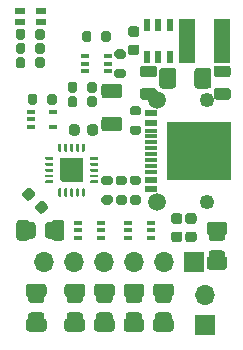
<source format=gbr>
%TF.GenerationSoftware,KiCad,Pcbnew,(5.1.9-0-10_14)*%
%TF.CreationDate,2021-06-20T13:08:58+01:00*%
%TF.ProjectId,Battery,42617474-6572-4792-9e6b-696361645f70,4*%
%TF.SameCoordinates,Original*%
%TF.FileFunction,Soldermask,Top*%
%TF.FilePolarity,Negative*%
%FSLAX46Y46*%
G04 Gerber Fmt 4.6, Leading zero omitted, Abs format (unit mm)*
G04 Created by KiCad (PCBNEW (5.1.9-0-10_14)) date 2021-06-20 13:08:58*
%MOMM*%
%LPD*%
G01*
G04 APERTURE LIST*
%ADD10R,0.650000X0.400000*%
%ADD11R,0.850000X0.500000*%
%ADD12C,0.350000*%
%ADD13C,0.100000*%
%ADD14R,0.600000X1.100000*%
%ADD15R,1.425000X3.700000*%
%ADD16R,0.800000X0.400000*%
%ADD17O,1.700000X1.700000*%
%ADD18R,1.700000X1.700000*%
%ADD19R,5.490000X5.000000*%
%ADD20R,1.140000X0.600000*%
%ADD21C,1.250000*%
%ADD22C,1.500000*%
%ADD23R,1.140000X0.300000*%
G04 APERTURE END LIST*
%TO.C,C5*%
G36*
G01*
X131350000Y-117900000D02*
X131850000Y-117900000D01*
G75*
G02*
X132075000Y-118125000I0J-225000D01*
G01*
X132075000Y-118575000D01*
G75*
G02*
X131850000Y-118800000I-225000J0D01*
G01*
X131350000Y-118800000D01*
G75*
G02*
X131125000Y-118575000I0J225000D01*
G01*
X131125000Y-118125000D01*
G75*
G02*
X131350000Y-117900000I225000J0D01*
G01*
G37*
G36*
G01*
X131350000Y-116350000D02*
X131850000Y-116350000D01*
G75*
G02*
X132075000Y-116575000I0J-225000D01*
G01*
X132075000Y-117025000D01*
G75*
G02*
X131850000Y-117250000I-225000J0D01*
G01*
X131350000Y-117250000D01*
G75*
G02*
X131125000Y-117025000I0J225000D01*
G01*
X131125000Y-116575000D01*
G75*
G02*
X131350000Y-116350000I225000J0D01*
G01*
G37*
%TD*%
%TO.C,C4*%
G36*
G01*
X132550000Y-117900000D02*
X133050000Y-117900000D01*
G75*
G02*
X133275000Y-118125000I0J-225000D01*
G01*
X133275000Y-118575000D01*
G75*
G02*
X133050000Y-118800000I-225000J0D01*
G01*
X132550000Y-118800000D01*
G75*
G02*
X132325000Y-118575000I0J225000D01*
G01*
X132325000Y-118125000D01*
G75*
G02*
X132550000Y-117900000I225000J0D01*
G01*
G37*
G36*
G01*
X132550000Y-116350000D02*
X133050000Y-116350000D01*
G75*
G02*
X133275000Y-116575000I0J-225000D01*
G01*
X133275000Y-117025000D01*
G75*
G02*
X133050000Y-117250000I-225000J0D01*
G01*
X132550000Y-117250000D01*
G75*
G02*
X132325000Y-117025000I0J225000D01*
G01*
X132325000Y-116575000D01*
G75*
G02*
X132550000Y-116350000I225000J0D01*
G01*
G37*
%TD*%
%TO.C,C3*%
G36*
G01*
X124025000Y-109550000D02*
X124025000Y-109050000D01*
G75*
G02*
X124250000Y-108825000I225000J0D01*
G01*
X124700000Y-108825000D01*
G75*
G02*
X124925000Y-109050000I0J-225000D01*
G01*
X124925000Y-109550000D01*
G75*
G02*
X124700000Y-109775000I-225000J0D01*
G01*
X124250000Y-109775000D01*
G75*
G02*
X124025000Y-109550000I0J225000D01*
G01*
G37*
G36*
G01*
X122475000Y-109550000D02*
X122475000Y-109050000D01*
G75*
G02*
X122700000Y-108825000I225000J0D01*
G01*
X123150000Y-108825000D01*
G75*
G02*
X123375000Y-109050000I0J-225000D01*
G01*
X123375000Y-109550000D01*
G75*
G02*
X123150000Y-109775000I-225000J0D01*
G01*
X122700000Y-109775000D01*
G75*
G02*
X122475000Y-109550000I0J225000D01*
G01*
G37*
%TD*%
%TO.C,R18*%
G36*
G01*
X125425000Y-114825000D02*
X125975000Y-114825000D01*
G75*
G02*
X126175000Y-115025000I0J-200000D01*
G01*
X126175000Y-115425000D01*
G75*
G02*
X125975000Y-115625000I-200000J0D01*
G01*
X125425000Y-115625000D01*
G75*
G02*
X125225000Y-115425000I0J200000D01*
G01*
X125225000Y-115025000D01*
G75*
G02*
X125425000Y-114825000I200000J0D01*
G01*
G37*
G36*
G01*
X125425000Y-113175000D02*
X125975000Y-113175000D01*
G75*
G02*
X126175000Y-113375000I0J-200000D01*
G01*
X126175000Y-113775000D01*
G75*
G02*
X125975000Y-113975000I-200000J0D01*
G01*
X125425000Y-113975000D01*
G75*
G02*
X125225000Y-113775000I0J200000D01*
G01*
X125225000Y-113375000D01*
G75*
G02*
X125425000Y-113175000I200000J0D01*
G01*
G37*
%TD*%
%TO.C,R17*%
G36*
G01*
X127175000Y-113975000D02*
X126625000Y-113975000D01*
G75*
G02*
X126425000Y-113775000I0J200000D01*
G01*
X126425000Y-113375000D01*
G75*
G02*
X126625000Y-113175000I200000J0D01*
G01*
X127175000Y-113175000D01*
G75*
G02*
X127375000Y-113375000I0J-200000D01*
G01*
X127375000Y-113775000D01*
G75*
G02*
X127175000Y-113975000I-200000J0D01*
G01*
G37*
G36*
G01*
X127175000Y-115625000D02*
X126625000Y-115625000D01*
G75*
G02*
X126425000Y-115425000I0J200000D01*
G01*
X126425000Y-115025000D01*
G75*
G02*
X126625000Y-114825000I200000J0D01*
G01*
X127175000Y-114825000D01*
G75*
G02*
X127375000Y-115025000I0J-200000D01*
G01*
X127375000Y-115425000D01*
G75*
G02*
X127175000Y-115625000I-200000J0D01*
G01*
G37*
%TD*%
D10*
%TO.C,D3*%
X129400000Y-117150000D03*
X129400000Y-118450000D03*
X127500000Y-117800000D03*
X129400000Y-117800000D03*
X127500000Y-118450000D03*
X127500000Y-117150000D03*
%TD*%
%TO.C,D4*%
X125150000Y-117150000D03*
X125150000Y-118450000D03*
X123250000Y-117800000D03*
X125150000Y-117800000D03*
X123250000Y-118450000D03*
X123250000Y-117150000D03*
%TD*%
%TO.C,R13*%
G36*
G01*
X125225000Y-101675000D02*
X125225000Y-101125000D01*
G75*
G02*
X125425000Y-100925000I200000J0D01*
G01*
X125825000Y-100925000D01*
G75*
G02*
X126025000Y-101125000I0J-200000D01*
G01*
X126025000Y-101675000D01*
G75*
G02*
X125825000Y-101875000I-200000J0D01*
G01*
X125425000Y-101875000D01*
G75*
G02*
X125225000Y-101675000I0J200000D01*
G01*
G37*
G36*
G01*
X123575000Y-101675000D02*
X123575000Y-101125000D01*
G75*
G02*
X123775000Y-100925000I200000J0D01*
G01*
X124175000Y-100925000D01*
G75*
G02*
X124375000Y-101125000I0J-200000D01*
G01*
X124375000Y-101675000D01*
G75*
G02*
X124175000Y-101875000I-200000J0D01*
G01*
X123775000Y-101875000D01*
G75*
G02*
X123575000Y-101675000I0J200000D01*
G01*
G37*
%TD*%
%TO.C,R10*%
G36*
G01*
X119625000Y-103875000D02*
X119625000Y-103325000D01*
G75*
G02*
X119825000Y-103125000I200000J0D01*
G01*
X120225000Y-103125000D01*
G75*
G02*
X120425000Y-103325000I0J-200000D01*
G01*
X120425000Y-103875000D01*
G75*
G02*
X120225000Y-104075000I-200000J0D01*
G01*
X119825000Y-104075000D01*
G75*
G02*
X119625000Y-103875000I0J200000D01*
G01*
G37*
G36*
G01*
X117975000Y-103875000D02*
X117975000Y-103325000D01*
G75*
G02*
X118175000Y-103125000I200000J0D01*
G01*
X118575000Y-103125000D01*
G75*
G02*
X118775000Y-103325000I0J-200000D01*
G01*
X118775000Y-103875000D01*
G75*
G02*
X118575000Y-104075000I-200000J0D01*
G01*
X118175000Y-104075000D01*
G75*
G02*
X117975000Y-103875000I0J200000D01*
G01*
G37*
%TD*%
%TO.C,R9*%
G36*
G01*
X119625000Y-101475000D02*
X119625000Y-100925000D01*
G75*
G02*
X119825000Y-100725000I200000J0D01*
G01*
X120225000Y-100725000D01*
G75*
G02*
X120425000Y-100925000I0J-200000D01*
G01*
X120425000Y-101475000D01*
G75*
G02*
X120225000Y-101675000I-200000J0D01*
G01*
X119825000Y-101675000D01*
G75*
G02*
X119625000Y-101475000I0J200000D01*
G01*
G37*
G36*
G01*
X117975000Y-101475000D02*
X117975000Y-100925000D01*
G75*
G02*
X118175000Y-100725000I200000J0D01*
G01*
X118575000Y-100725000D01*
G75*
G02*
X118775000Y-100925000I0J-200000D01*
G01*
X118775000Y-101475000D01*
G75*
G02*
X118575000Y-101675000I-200000J0D01*
G01*
X118175000Y-101675000D01*
G75*
G02*
X117975000Y-101475000I0J200000D01*
G01*
G37*
%TD*%
D11*
%TO.C,D1*%
X120075000Y-99200000D03*
X118325000Y-99200000D03*
X118325000Y-100200000D03*
X120075000Y-100200000D03*
%TD*%
D12*
%TO.C,U2*%
X122700000Y-112700000D03*
D13*
G36*
X123700000Y-111700000D02*
G01*
X123700000Y-113700000D01*
X121950000Y-113700000D01*
X121700000Y-113450000D01*
X121700000Y-111700000D01*
X123700000Y-111700000D01*
G37*
G36*
G01*
X121087500Y-113825000D02*
X120512500Y-113825000D01*
G75*
G02*
X120450000Y-113762500I0J62500D01*
G01*
X120450000Y-113637500D01*
G75*
G02*
X120512500Y-113575000I62500J0D01*
G01*
X121087500Y-113575000D01*
G75*
G02*
X121150000Y-113637500I0J-62500D01*
G01*
X121150000Y-113762500D01*
G75*
G02*
X121087500Y-113825000I-62500J0D01*
G01*
G37*
G36*
G01*
X121087500Y-113325000D02*
X120512500Y-113325000D01*
G75*
G02*
X120450000Y-113262500I0J62500D01*
G01*
X120450000Y-113137500D01*
G75*
G02*
X120512500Y-113075000I62500J0D01*
G01*
X121087500Y-113075000D01*
G75*
G02*
X121150000Y-113137500I0J-62500D01*
G01*
X121150000Y-113262500D01*
G75*
G02*
X121087500Y-113325000I-62500J0D01*
G01*
G37*
G36*
G01*
X121087500Y-112825000D02*
X120512500Y-112825000D01*
G75*
G02*
X120450000Y-112762500I0J62500D01*
G01*
X120450000Y-112637500D01*
G75*
G02*
X120512500Y-112575000I62500J0D01*
G01*
X121087500Y-112575000D01*
G75*
G02*
X121150000Y-112637500I0J-62500D01*
G01*
X121150000Y-112762500D01*
G75*
G02*
X121087500Y-112825000I-62500J0D01*
G01*
G37*
G36*
G01*
X121087500Y-112325000D02*
X120512500Y-112325000D01*
G75*
G02*
X120450000Y-112262500I0J62500D01*
G01*
X120450000Y-112137500D01*
G75*
G02*
X120512500Y-112075000I62500J0D01*
G01*
X121087500Y-112075000D01*
G75*
G02*
X121150000Y-112137500I0J-62500D01*
G01*
X121150000Y-112262500D01*
G75*
G02*
X121087500Y-112325000I-62500J0D01*
G01*
G37*
G36*
G01*
X121087500Y-111825000D02*
X120512500Y-111825000D01*
G75*
G02*
X120450000Y-111762500I0J62500D01*
G01*
X120450000Y-111637500D01*
G75*
G02*
X120512500Y-111575000I62500J0D01*
G01*
X121087500Y-111575000D01*
G75*
G02*
X121150000Y-111637500I0J-62500D01*
G01*
X121150000Y-111762500D01*
G75*
G02*
X121087500Y-111825000I-62500J0D01*
G01*
G37*
G36*
G01*
X121762500Y-111150000D02*
X121637500Y-111150000D01*
G75*
G02*
X121575000Y-111087500I0J62500D01*
G01*
X121575000Y-110512500D01*
G75*
G02*
X121637500Y-110450000I62500J0D01*
G01*
X121762500Y-110450000D01*
G75*
G02*
X121825000Y-110512500I0J-62500D01*
G01*
X121825000Y-111087500D01*
G75*
G02*
X121762500Y-111150000I-62500J0D01*
G01*
G37*
G36*
G01*
X122262500Y-111150000D02*
X122137500Y-111150000D01*
G75*
G02*
X122075000Y-111087500I0J62500D01*
G01*
X122075000Y-110512500D01*
G75*
G02*
X122137500Y-110450000I62500J0D01*
G01*
X122262500Y-110450000D01*
G75*
G02*
X122325000Y-110512500I0J-62500D01*
G01*
X122325000Y-111087500D01*
G75*
G02*
X122262500Y-111150000I-62500J0D01*
G01*
G37*
G36*
G01*
X122762500Y-111150000D02*
X122637500Y-111150000D01*
G75*
G02*
X122575000Y-111087500I0J62500D01*
G01*
X122575000Y-110512500D01*
G75*
G02*
X122637500Y-110450000I62500J0D01*
G01*
X122762500Y-110450000D01*
G75*
G02*
X122825000Y-110512500I0J-62500D01*
G01*
X122825000Y-111087500D01*
G75*
G02*
X122762500Y-111150000I-62500J0D01*
G01*
G37*
G36*
G01*
X123262500Y-111150000D02*
X123137500Y-111150000D01*
G75*
G02*
X123075000Y-111087500I0J62500D01*
G01*
X123075000Y-110512500D01*
G75*
G02*
X123137500Y-110450000I62500J0D01*
G01*
X123262500Y-110450000D01*
G75*
G02*
X123325000Y-110512500I0J-62500D01*
G01*
X123325000Y-111087500D01*
G75*
G02*
X123262500Y-111150000I-62500J0D01*
G01*
G37*
G36*
G01*
X123762500Y-111150000D02*
X123637500Y-111150000D01*
G75*
G02*
X123575000Y-111087500I0J62500D01*
G01*
X123575000Y-110512500D01*
G75*
G02*
X123637500Y-110450000I62500J0D01*
G01*
X123762500Y-110450000D01*
G75*
G02*
X123825000Y-110512500I0J-62500D01*
G01*
X123825000Y-111087500D01*
G75*
G02*
X123762500Y-111150000I-62500J0D01*
G01*
G37*
G36*
G01*
X124887500Y-111825000D02*
X124312500Y-111825000D01*
G75*
G02*
X124250000Y-111762500I0J62500D01*
G01*
X124250000Y-111637500D01*
G75*
G02*
X124312500Y-111575000I62500J0D01*
G01*
X124887500Y-111575000D01*
G75*
G02*
X124950000Y-111637500I0J-62500D01*
G01*
X124950000Y-111762500D01*
G75*
G02*
X124887500Y-111825000I-62500J0D01*
G01*
G37*
G36*
G01*
X124887500Y-112325000D02*
X124312500Y-112325000D01*
G75*
G02*
X124250000Y-112262500I0J62500D01*
G01*
X124250000Y-112137500D01*
G75*
G02*
X124312500Y-112075000I62500J0D01*
G01*
X124887500Y-112075000D01*
G75*
G02*
X124950000Y-112137500I0J-62500D01*
G01*
X124950000Y-112262500D01*
G75*
G02*
X124887500Y-112325000I-62500J0D01*
G01*
G37*
G36*
G01*
X124887500Y-112825000D02*
X124312500Y-112825000D01*
G75*
G02*
X124250000Y-112762500I0J62500D01*
G01*
X124250000Y-112637500D01*
G75*
G02*
X124312500Y-112575000I62500J0D01*
G01*
X124887500Y-112575000D01*
G75*
G02*
X124950000Y-112637500I0J-62500D01*
G01*
X124950000Y-112762500D01*
G75*
G02*
X124887500Y-112825000I-62500J0D01*
G01*
G37*
G36*
G01*
X124887500Y-113325000D02*
X124312500Y-113325000D01*
G75*
G02*
X124250000Y-113262500I0J62500D01*
G01*
X124250000Y-113137500D01*
G75*
G02*
X124312500Y-113075000I62500J0D01*
G01*
X124887500Y-113075000D01*
G75*
G02*
X124950000Y-113137500I0J-62500D01*
G01*
X124950000Y-113262500D01*
G75*
G02*
X124887500Y-113325000I-62500J0D01*
G01*
G37*
G36*
G01*
X124887500Y-113825000D02*
X124312500Y-113825000D01*
G75*
G02*
X124250000Y-113762500I0J62500D01*
G01*
X124250000Y-113637500D01*
G75*
G02*
X124312500Y-113575000I62500J0D01*
G01*
X124887500Y-113575000D01*
G75*
G02*
X124950000Y-113637500I0J-62500D01*
G01*
X124950000Y-113762500D01*
G75*
G02*
X124887500Y-113825000I-62500J0D01*
G01*
G37*
G36*
G01*
X123762500Y-114950000D02*
X123637500Y-114950000D01*
G75*
G02*
X123575000Y-114887500I0J62500D01*
G01*
X123575000Y-114312500D01*
G75*
G02*
X123637500Y-114250000I62500J0D01*
G01*
X123762500Y-114250000D01*
G75*
G02*
X123825000Y-114312500I0J-62500D01*
G01*
X123825000Y-114887500D01*
G75*
G02*
X123762500Y-114950000I-62500J0D01*
G01*
G37*
G36*
G01*
X123262500Y-114950000D02*
X123137500Y-114950000D01*
G75*
G02*
X123075000Y-114887500I0J62500D01*
G01*
X123075000Y-114312500D01*
G75*
G02*
X123137500Y-114250000I62500J0D01*
G01*
X123262500Y-114250000D01*
G75*
G02*
X123325000Y-114312500I0J-62500D01*
G01*
X123325000Y-114887500D01*
G75*
G02*
X123262500Y-114950000I-62500J0D01*
G01*
G37*
G36*
G01*
X122762500Y-114950000D02*
X122637500Y-114950000D01*
G75*
G02*
X122575000Y-114887500I0J62500D01*
G01*
X122575000Y-114312500D01*
G75*
G02*
X122637500Y-114250000I62500J0D01*
G01*
X122762500Y-114250000D01*
G75*
G02*
X122825000Y-114312500I0J-62500D01*
G01*
X122825000Y-114887500D01*
G75*
G02*
X122762500Y-114950000I-62500J0D01*
G01*
G37*
G36*
G01*
X122262500Y-114950000D02*
X122137500Y-114950000D01*
G75*
G02*
X122075000Y-114887500I0J62500D01*
G01*
X122075000Y-114312500D01*
G75*
G02*
X122137500Y-114250000I62500J0D01*
G01*
X122262500Y-114250000D01*
G75*
G02*
X122325000Y-114312500I0J-62500D01*
G01*
X122325000Y-114887500D01*
G75*
G02*
X122262500Y-114950000I-62500J0D01*
G01*
G37*
G36*
G01*
X121762500Y-114950000D02*
X121637500Y-114950000D01*
G75*
G02*
X121575000Y-114887500I0J62500D01*
G01*
X121575000Y-114312500D01*
G75*
G02*
X121637500Y-114250000I62500J0D01*
G01*
X121762500Y-114250000D01*
G75*
G02*
X121825000Y-114312500I0J-62500D01*
G01*
X121825000Y-114887500D01*
G75*
G02*
X121762500Y-114950000I-62500J0D01*
G01*
G37*
%TD*%
D10*
%TO.C,U3*%
X125750000Y-103050000D03*
X125750000Y-104350000D03*
X123850000Y-103700000D03*
X125750000Y-103700000D03*
X123850000Y-104350000D03*
X123850000Y-103050000D03*
%TD*%
%TO.C,C2*%
G36*
G01*
X119653033Y-115706587D02*
X120006587Y-115353033D01*
G75*
G02*
X120324785Y-115353033I159099J-159099D01*
G01*
X120642983Y-115671231D01*
G75*
G02*
X120642983Y-115989429I-159099J-159099D01*
G01*
X120289429Y-116342983D01*
G75*
G02*
X119971231Y-116342983I-159099J159099D01*
G01*
X119653033Y-116024785D01*
G75*
G02*
X119653033Y-115706587I159099J159099D01*
G01*
G37*
G36*
G01*
X118557017Y-114610571D02*
X118910571Y-114257017D01*
G75*
G02*
X119228769Y-114257017I159099J-159099D01*
G01*
X119546967Y-114575215D01*
G75*
G02*
X119546967Y-114893413I-159099J-159099D01*
G01*
X119193413Y-115246967D01*
G75*
G02*
X118875215Y-115246967I-159099J159099D01*
G01*
X118557017Y-114928769D01*
G75*
G02*
X118557017Y-114610571I159099J159099D01*
G01*
G37*
%TD*%
D14*
%TO.C,Reg1*%
X131000000Y-100400000D03*
X129100000Y-100400000D03*
X130050000Y-100400000D03*
X129100000Y-103100000D03*
X130050000Y-103100000D03*
X131000000Y-103100000D03*
G36*
G01*
X134975000Y-103850000D02*
X135925000Y-103850000D01*
G75*
G02*
X136175000Y-104100000I0J-250000D01*
G01*
X136175000Y-104600000D01*
G75*
G02*
X135925000Y-104850000I-250000J0D01*
G01*
X134975000Y-104850000D01*
G75*
G02*
X134725000Y-104600000I0J250000D01*
G01*
X134725000Y-104100000D01*
G75*
G02*
X134975000Y-103850000I250000J0D01*
G01*
G37*
G36*
G01*
X134975000Y-105750000D02*
X135925000Y-105750000D01*
G75*
G02*
X136175000Y-106000000I0J-250000D01*
G01*
X136175000Y-106500000D01*
G75*
G02*
X135925000Y-106750000I-250000J0D01*
G01*
X134975000Y-106750000D01*
G75*
G02*
X134725000Y-106500000I0J250000D01*
G01*
X134725000Y-106000000D01*
G75*
G02*
X134975000Y-105750000I250000J0D01*
G01*
G37*
G36*
G01*
X128725000Y-105750000D02*
X129675000Y-105750000D01*
G75*
G02*
X129925000Y-106000000I0J-250000D01*
G01*
X129925000Y-106500000D01*
G75*
G02*
X129675000Y-106750000I-250000J0D01*
G01*
X128725000Y-106750000D01*
G75*
G02*
X128475000Y-106500000I0J250000D01*
G01*
X128475000Y-106000000D01*
G75*
G02*
X128725000Y-105750000I250000J0D01*
G01*
G37*
G36*
G01*
X128725000Y-103850000D02*
X129675000Y-103850000D01*
G75*
G02*
X129925000Y-104100000I0J-250000D01*
G01*
X129925000Y-104600000D01*
G75*
G02*
X129675000Y-104850000I-250000J0D01*
G01*
X128725000Y-104850000D01*
G75*
G02*
X128475000Y-104600000I0J250000D01*
G01*
X128475000Y-104100000D01*
G75*
G02*
X128725000Y-103850000I250000J0D01*
G01*
G37*
G36*
G01*
X128200000Y-101425000D02*
X127700000Y-101425000D01*
G75*
G02*
X127475000Y-101200000I0J225000D01*
G01*
X127475000Y-100750000D01*
G75*
G02*
X127700000Y-100525000I225000J0D01*
G01*
X128200000Y-100525000D01*
G75*
G02*
X128425000Y-100750000I0J-225000D01*
G01*
X128425000Y-101200000D01*
G75*
G02*
X128200000Y-101425000I-225000J0D01*
G01*
G37*
G36*
G01*
X128200000Y-102975000D02*
X127700000Y-102975000D01*
G75*
G02*
X127475000Y-102750000I0J225000D01*
G01*
X127475000Y-102300000D01*
G75*
G02*
X127700000Y-102075000I225000J0D01*
G01*
X128200000Y-102075000D01*
G75*
G02*
X128425000Y-102300000I0J-225000D01*
G01*
X128425000Y-102750000D01*
G75*
G02*
X128200000Y-102975000I-225000J0D01*
G01*
G37*
G36*
G01*
X130125000Y-105545626D02*
X130125000Y-104294374D01*
G75*
G02*
X130374374Y-104045000I249374J0D01*
G01*
X131300626Y-104045000D01*
G75*
G02*
X131550000Y-104294374I0J-249374D01*
G01*
X131550000Y-105545626D01*
G75*
G02*
X131300626Y-105795000I-249374J0D01*
G01*
X130374374Y-105795000D01*
G75*
G02*
X130125000Y-105545626I0J249374D01*
G01*
G37*
G36*
G01*
X133100000Y-105545626D02*
X133100000Y-104294374D01*
G75*
G02*
X133349374Y-104045000I249374J0D01*
G01*
X134275626Y-104045000D01*
G75*
G02*
X134525000Y-104294374I0J-249374D01*
G01*
X134525000Y-105545626D01*
G75*
G02*
X134275626Y-105795000I-249374J0D01*
G01*
X133349374Y-105795000D01*
G75*
G02*
X133100000Y-105545626I0J249374D01*
G01*
G37*
D15*
X135450000Y-101800000D03*
X132450000Y-101800000D03*
%TD*%
%TO.C,R14*%
G36*
G01*
X126525000Y-104125000D02*
X127075000Y-104125000D01*
G75*
G02*
X127275000Y-104325000I0J-200000D01*
G01*
X127275000Y-104725000D01*
G75*
G02*
X127075000Y-104925000I-200000J0D01*
G01*
X126525000Y-104925000D01*
G75*
G02*
X126325000Y-104725000I0J200000D01*
G01*
X126325000Y-104325000D01*
G75*
G02*
X126525000Y-104125000I200000J0D01*
G01*
G37*
G36*
G01*
X126525000Y-102475000D02*
X127075000Y-102475000D01*
G75*
G02*
X127275000Y-102675000I0J-200000D01*
G01*
X127275000Y-103075000D01*
G75*
G02*
X127075000Y-103275000I-200000J0D01*
G01*
X126525000Y-103275000D01*
G75*
G02*
X126325000Y-103075000I0J200000D01*
G01*
X126325000Y-102675000D01*
G75*
G02*
X126525000Y-102475000I200000J0D01*
G01*
G37*
%TD*%
%TO.C,D2*%
G36*
G01*
X125475000Y-108175000D02*
X126725000Y-108175000D01*
G75*
G02*
X126975000Y-108425000I0J-250000D01*
G01*
X126975000Y-109175000D01*
G75*
G02*
X126725000Y-109425000I-250000J0D01*
G01*
X125475000Y-109425000D01*
G75*
G02*
X125225000Y-109175000I0J250000D01*
G01*
X125225000Y-108425000D01*
G75*
G02*
X125475000Y-108175000I250000J0D01*
G01*
G37*
G36*
G01*
X125475000Y-105375000D02*
X126725000Y-105375000D01*
G75*
G02*
X126975000Y-105625000I0J-250000D01*
G01*
X126975000Y-106375000D01*
G75*
G02*
X126725000Y-106625000I-250000J0D01*
G01*
X125475000Y-106625000D01*
G75*
G02*
X125225000Y-106375000I0J250000D01*
G01*
X125225000Y-105625000D01*
G75*
G02*
X125475000Y-105375000I250000J0D01*
G01*
G37*
%TD*%
D16*
%TO.C,Q1*%
X121150000Y-107750000D03*
X121150000Y-109050000D03*
X119250000Y-109050000D03*
X119250000Y-108400000D03*
X119250000Y-107750000D03*
%TD*%
D17*
%TO.C,J3*%
X134000000Y-123260000D03*
D18*
X134000000Y-125800000D03*
%TD*%
%TO.C,R16*%
G36*
G01*
X123175000Y-106625000D02*
X123175000Y-107175000D01*
G75*
G02*
X122975000Y-107375000I-200000J0D01*
G01*
X122575000Y-107375000D01*
G75*
G02*
X122375000Y-107175000I0J200000D01*
G01*
X122375000Y-106625000D01*
G75*
G02*
X122575000Y-106425000I200000J0D01*
G01*
X122975000Y-106425000D01*
G75*
G02*
X123175000Y-106625000I0J-200000D01*
G01*
G37*
G36*
G01*
X124825000Y-106625000D02*
X124825000Y-107175000D01*
G75*
G02*
X124625000Y-107375000I-200000J0D01*
G01*
X124225000Y-107375000D01*
G75*
G02*
X124025000Y-107175000I0J200000D01*
G01*
X124025000Y-106625000D01*
G75*
G02*
X124225000Y-106425000I200000J0D01*
G01*
X124625000Y-106425000D01*
G75*
G02*
X124825000Y-106625000I0J-200000D01*
G01*
G37*
%TD*%
%TO.C,R15*%
G36*
G01*
X124025000Y-105975000D02*
X124025000Y-105425000D01*
G75*
G02*
X124225000Y-105225000I200000J0D01*
G01*
X124625000Y-105225000D01*
G75*
G02*
X124825000Y-105425000I0J-200000D01*
G01*
X124825000Y-105975000D01*
G75*
G02*
X124625000Y-106175000I-200000J0D01*
G01*
X124225000Y-106175000D01*
G75*
G02*
X124025000Y-105975000I0J200000D01*
G01*
G37*
G36*
G01*
X122375000Y-105975000D02*
X122375000Y-105425000D01*
G75*
G02*
X122575000Y-105225000I200000J0D01*
G01*
X122975000Y-105225000D01*
G75*
G02*
X123175000Y-105425000I0J-200000D01*
G01*
X123175000Y-105975000D01*
G75*
G02*
X122975000Y-106175000I-200000J0D01*
G01*
X122575000Y-106175000D01*
G75*
G02*
X122375000Y-105975000I0J200000D01*
G01*
G37*
%TD*%
%TO.C,R8*%
G36*
G01*
X119625000Y-102675000D02*
X119625000Y-102125000D01*
G75*
G02*
X119825000Y-101925000I200000J0D01*
G01*
X120225000Y-101925000D01*
G75*
G02*
X120425000Y-102125000I0J-200000D01*
G01*
X120425000Y-102675000D01*
G75*
G02*
X120225000Y-102875000I-200000J0D01*
G01*
X119825000Y-102875000D01*
G75*
G02*
X119625000Y-102675000I0J200000D01*
G01*
G37*
G36*
G01*
X117975000Y-102675000D02*
X117975000Y-102125000D01*
G75*
G02*
X118175000Y-101925000I200000J0D01*
G01*
X118575000Y-101925000D01*
G75*
G02*
X118775000Y-102125000I0J-200000D01*
G01*
X118775000Y-102675000D01*
G75*
G02*
X118575000Y-102875000I-200000J0D01*
G01*
X118175000Y-102875000D01*
G75*
G02*
X117975000Y-102675000I0J200000D01*
G01*
G37*
%TD*%
%TO.C,R1*%
G36*
G01*
X119775000Y-106425000D02*
X119775000Y-106975000D01*
G75*
G02*
X119575000Y-107175000I-200000J0D01*
G01*
X119175000Y-107175000D01*
G75*
G02*
X118975000Y-106975000I0J200000D01*
G01*
X118975000Y-106425000D01*
G75*
G02*
X119175000Y-106225000I200000J0D01*
G01*
X119575000Y-106225000D01*
G75*
G02*
X119775000Y-106425000I0J-200000D01*
G01*
G37*
G36*
G01*
X121425000Y-106425000D02*
X121425000Y-106975000D01*
G75*
G02*
X121225000Y-107175000I-200000J0D01*
G01*
X120825000Y-107175000D01*
G75*
G02*
X120625000Y-106975000I0J200000D01*
G01*
X120625000Y-106425000D01*
G75*
G02*
X120825000Y-106225000I200000J0D01*
G01*
X121225000Y-106225000D01*
G75*
G02*
X121425000Y-106425000I0J-200000D01*
G01*
G37*
%TD*%
%TO.C,R12*%
G36*
G01*
X127825000Y-108925000D02*
X128375000Y-108925000D01*
G75*
G02*
X128575000Y-109125000I0J-200000D01*
G01*
X128575000Y-109525000D01*
G75*
G02*
X128375000Y-109725000I-200000J0D01*
G01*
X127825000Y-109725000D01*
G75*
G02*
X127625000Y-109525000I0J200000D01*
G01*
X127625000Y-109125000D01*
G75*
G02*
X127825000Y-108925000I200000J0D01*
G01*
G37*
G36*
G01*
X127825000Y-107275000D02*
X128375000Y-107275000D01*
G75*
G02*
X128575000Y-107475000I0J-200000D01*
G01*
X128575000Y-107875000D01*
G75*
G02*
X128375000Y-108075000I-200000J0D01*
G01*
X127825000Y-108075000D01*
G75*
G02*
X127625000Y-107875000I0J200000D01*
G01*
X127625000Y-107475000D01*
G75*
G02*
X127825000Y-107275000I200000J0D01*
G01*
G37*
%TD*%
%TO.C,R11*%
G36*
G01*
X127825000Y-114825000D02*
X128375000Y-114825000D01*
G75*
G02*
X128575000Y-115025000I0J-200000D01*
G01*
X128575000Y-115425000D01*
G75*
G02*
X128375000Y-115625000I-200000J0D01*
G01*
X127825000Y-115625000D01*
G75*
G02*
X127625000Y-115425000I0J200000D01*
G01*
X127625000Y-115025000D01*
G75*
G02*
X127825000Y-114825000I200000J0D01*
G01*
G37*
G36*
G01*
X127825000Y-113175000D02*
X128375000Y-113175000D01*
G75*
G02*
X128575000Y-113375000I0J-200000D01*
G01*
X128575000Y-113775000D01*
G75*
G02*
X128375000Y-113975000I-200000J0D01*
G01*
X127825000Y-113975000D01*
G75*
G02*
X127625000Y-113775000I0J200000D01*
G01*
X127625000Y-113375000D01*
G75*
G02*
X127825000Y-113175000I200000J0D01*
G01*
G37*
%TD*%
%TO.C,R7*%
G36*
G01*
X118625000Y-118249900D02*
X118625000Y-117350100D01*
G75*
G02*
X118875100Y-117100000I250100J0D01*
G01*
X119399900Y-117100000D01*
G75*
G02*
X119650000Y-117350100I0J-250100D01*
G01*
X119650000Y-118249900D01*
G75*
G02*
X119399900Y-118500000I-250100J0D01*
G01*
X118875100Y-118500000D01*
G75*
G02*
X118625000Y-118249900I0J250100D01*
G01*
G37*
G36*
G01*
X120450000Y-118249900D02*
X120450000Y-117350100D01*
G75*
G02*
X120700100Y-117100000I250100J0D01*
G01*
X121224900Y-117100000D01*
G75*
G02*
X121475000Y-117350100I0J-250100D01*
G01*
X121475000Y-118249900D01*
G75*
G02*
X121224900Y-118500000I-250100J0D01*
G01*
X120700100Y-118500000D01*
G75*
G02*
X120450000Y-118249900I0J250100D01*
G01*
G37*
G36*
G01*
X120950000Y-118425250D02*
X120950000Y-117174750D01*
G75*
G02*
X121199750Y-116925000I249750J0D01*
G01*
X121825250Y-116925000D01*
G75*
G02*
X122075000Y-117174750I0J-249750D01*
G01*
X122075000Y-118425250D01*
G75*
G02*
X121825250Y-118675000I-249750J0D01*
G01*
X121199750Y-118675000D01*
G75*
G02*
X120950000Y-118425250I0J249750D01*
G01*
G37*
G36*
G01*
X118025000Y-118425250D02*
X118025000Y-117174750D01*
G75*
G02*
X118274750Y-116925000I249750J0D01*
G01*
X118900250Y-116925000D01*
G75*
G02*
X119150000Y-117174750I0J-249750D01*
G01*
X119150000Y-118425250D01*
G75*
G02*
X118900250Y-118675000I-249750J0D01*
G01*
X118274750Y-118675000D01*
G75*
G02*
X118025000Y-118425250I0J249750D01*
G01*
G37*
%TD*%
%TO.C,R6*%
G36*
G01*
X120149900Y-125775000D02*
X119250100Y-125775000D01*
G75*
G02*
X119000000Y-125524900I0J250100D01*
G01*
X119000000Y-125000100D01*
G75*
G02*
X119250100Y-124750000I250100J0D01*
G01*
X120149900Y-124750000D01*
G75*
G02*
X120400000Y-125000100I0J-250100D01*
G01*
X120400000Y-125524900D01*
G75*
G02*
X120149900Y-125775000I-250100J0D01*
G01*
G37*
G36*
G01*
X120149900Y-123950000D02*
X119250100Y-123950000D01*
G75*
G02*
X119000000Y-123699900I0J250100D01*
G01*
X119000000Y-123175100D01*
G75*
G02*
X119250100Y-122925000I250100J0D01*
G01*
X120149900Y-122925000D01*
G75*
G02*
X120400000Y-123175100I0J-250100D01*
G01*
X120400000Y-123699900D01*
G75*
G02*
X120149900Y-123950000I-250100J0D01*
G01*
G37*
G36*
G01*
X120325250Y-123450000D02*
X119074750Y-123450000D01*
G75*
G02*
X118825000Y-123200250I0J249750D01*
G01*
X118825000Y-122574750D01*
G75*
G02*
X119074750Y-122325000I249750J0D01*
G01*
X120325250Y-122325000D01*
G75*
G02*
X120575000Y-122574750I0J-249750D01*
G01*
X120575000Y-123200250D01*
G75*
G02*
X120325250Y-123450000I-249750J0D01*
G01*
G37*
G36*
G01*
X120325250Y-126375000D02*
X119074750Y-126375000D01*
G75*
G02*
X118825000Y-126125250I0J249750D01*
G01*
X118825000Y-125499750D01*
G75*
G02*
X119074750Y-125250000I249750J0D01*
G01*
X120325250Y-125250000D01*
G75*
G02*
X120575000Y-125499750I0J-249750D01*
G01*
X120575000Y-126125250D01*
G75*
G02*
X120325250Y-126375000I-249750J0D01*
G01*
G37*
%TD*%
%TO.C,R5*%
G36*
G01*
X123419900Y-125775000D02*
X122520100Y-125775000D01*
G75*
G02*
X122270000Y-125524900I0J250100D01*
G01*
X122270000Y-125000100D01*
G75*
G02*
X122520100Y-124750000I250100J0D01*
G01*
X123419900Y-124750000D01*
G75*
G02*
X123670000Y-125000100I0J-250100D01*
G01*
X123670000Y-125524900D01*
G75*
G02*
X123419900Y-125775000I-250100J0D01*
G01*
G37*
G36*
G01*
X123419900Y-123950000D02*
X122520100Y-123950000D01*
G75*
G02*
X122270000Y-123699900I0J250100D01*
G01*
X122270000Y-123175100D01*
G75*
G02*
X122520100Y-122925000I250100J0D01*
G01*
X123419900Y-122925000D01*
G75*
G02*
X123670000Y-123175100I0J-250100D01*
G01*
X123670000Y-123699900D01*
G75*
G02*
X123419900Y-123950000I-250100J0D01*
G01*
G37*
G36*
G01*
X123595250Y-123450000D02*
X122344750Y-123450000D01*
G75*
G02*
X122095000Y-123200250I0J249750D01*
G01*
X122095000Y-122574750D01*
G75*
G02*
X122344750Y-122325000I249750J0D01*
G01*
X123595250Y-122325000D01*
G75*
G02*
X123845000Y-122574750I0J-249750D01*
G01*
X123845000Y-123200250D01*
G75*
G02*
X123595250Y-123450000I-249750J0D01*
G01*
G37*
G36*
G01*
X123595250Y-126375000D02*
X122344750Y-126375000D01*
G75*
G02*
X122095000Y-126125250I0J249750D01*
G01*
X122095000Y-125499750D01*
G75*
G02*
X122344750Y-125250000I249750J0D01*
G01*
X123595250Y-125250000D01*
G75*
G02*
X123845000Y-125499750I0J-249750D01*
G01*
X123845000Y-126125250D01*
G75*
G02*
X123595250Y-126375000I-249750J0D01*
G01*
G37*
%TD*%
%TO.C,R4*%
G36*
G01*
X125919900Y-125775000D02*
X125020100Y-125775000D01*
G75*
G02*
X124770000Y-125524900I0J250100D01*
G01*
X124770000Y-125000100D01*
G75*
G02*
X125020100Y-124750000I250100J0D01*
G01*
X125919900Y-124750000D01*
G75*
G02*
X126170000Y-125000100I0J-250100D01*
G01*
X126170000Y-125524900D01*
G75*
G02*
X125919900Y-125775000I-250100J0D01*
G01*
G37*
G36*
G01*
X125919900Y-123950000D02*
X125020100Y-123950000D01*
G75*
G02*
X124770000Y-123699900I0J250100D01*
G01*
X124770000Y-123175100D01*
G75*
G02*
X125020100Y-122925000I250100J0D01*
G01*
X125919900Y-122925000D01*
G75*
G02*
X126170000Y-123175100I0J-250100D01*
G01*
X126170000Y-123699900D01*
G75*
G02*
X125919900Y-123950000I-250100J0D01*
G01*
G37*
G36*
G01*
X126095250Y-123450000D02*
X124844750Y-123450000D01*
G75*
G02*
X124595000Y-123200250I0J249750D01*
G01*
X124595000Y-122574750D01*
G75*
G02*
X124844750Y-122325000I249750J0D01*
G01*
X126095250Y-122325000D01*
G75*
G02*
X126345000Y-122574750I0J-249750D01*
G01*
X126345000Y-123200250D01*
G75*
G02*
X126095250Y-123450000I-249750J0D01*
G01*
G37*
G36*
G01*
X126095250Y-126375000D02*
X124844750Y-126375000D01*
G75*
G02*
X124595000Y-126125250I0J249750D01*
G01*
X124595000Y-125499750D01*
G75*
G02*
X124844750Y-125250000I249750J0D01*
G01*
X126095250Y-125250000D01*
G75*
G02*
X126345000Y-125499750I0J-249750D01*
G01*
X126345000Y-126125250D01*
G75*
G02*
X126095250Y-126375000I-249750J0D01*
G01*
G37*
%TD*%
%TO.C,R3*%
G36*
G01*
X128419900Y-125775000D02*
X127520100Y-125775000D01*
G75*
G02*
X127270000Y-125524900I0J250100D01*
G01*
X127270000Y-125000100D01*
G75*
G02*
X127520100Y-124750000I250100J0D01*
G01*
X128419900Y-124750000D01*
G75*
G02*
X128670000Y-125000100I0J-250100D01*
G01*
X128670000Y-125524900D01*
G75*
G02*
X128419900Y-125775000I-250100J0D01*
G01*
G37*
G36*
G01*
X128419900Y-123950000D02*
X127520100Y-123950000D01*
G75*
G02*
X127270000Y-123699900I0J250100D01*
G01*
X127270000Y-123175100D01*
G75*
G02*
X127520100Y-122925000I250100J0D01*
G01*
X128419900Y-122925000D01*
G75*
G02*
X128670000Y-123175100I0J-250100D01*
G01*
X128670000Y-123699900D01*
G75*
G02*
X128419900Y-123950000I-250100J0D01*
G01*
G37*
G36*
G01*
X128595250Y-123450000D02*
X127344750Y-123450000D01*
G75*
G02*
X127095000Y-123200250I0J249750D01*
G01*
X127095000Y-122574750D01*
G75*
G02*
X127344750Y-122325000I249750J0D01*
G01*
X128595250Y-122325000D01*
G75*
G02*
X128845000Y-122574750I0J-249750D01*
G01*
X128845000Y-123200250D01*
G75*
G02*
X128595250Y-123450000I-249750J0D01*
G01*
G37*
G36*
G01*
X128595250Y-126375000D02*
X127344750Y-126375000D01*
G75*
G02*
X127095000Y-126125250I0J249750D01*
G01*
X127095000Y-125499750D01*
G75*
G02*
X127344750Y-125250000I249750J0D01*
G01*
X128595250Y-125250000D01*
G75*
G02*
X128845000Y-125499750I0J-249750D01*
G01*
X128845000Y-126125250D01*
G75*
G02*
X128595250Y-126375000I-249750J0D01*
G01*
G37*
%TD*%
%TO.C,R2*%
G36*
G01*
X130919900Y-125775000D02*
X130020100Y-125775000D01*
G75*
G02*
X129770000Y-125524900I0J250100D01*
G01*
X129770000Y-125000100D01*
G75*
G02*
X130020100Y-124750000I250100J0D01*
G01*
X130919900Y-124750000D01*
G75*
G02*
X131170000Y-125000100I0J-250100D01*
G01*
X131170000Y-125524900D01*
G75*
G02*
X130919900Y-125775000I-250100J0D01*
G01*
G37*
G36*
G01*
X130919900Y-123950000D02*
X130020100Y-123950000D01*
G75*
G02*
X129770000Y-123699900I0J250100D01*
G01*
X129770000Y-123175100D01*
G75*
G02*
X130020100Y-122925000I250100J0D01*
G01*
X130919900Y-122925000D01*
G75*
G02*
X131170000Y-123175100I0J-250100D01*
G01*
X131170000Y-123699900D01*
G75*
G02*
X130919900Y-123950000I-250100J0D01*
G01*
G37*
G36*
G01*
X131095250Y-123450000D02*
X129844750Y-123450000D01*
G75*
G02*
X129595000Y-123200250I0J249750D01*
G01*
X129595000Y-122574750D01*
G75*
G02*
X129844750Y-122325000I249750J0D01*
G01*
X131095250Y-122325000D01*
G75*
G02*
X131345000Y-122574750I0J-249750D01*
G01*
X131345000Y-123200250D01*
G75*
G02*
X131095250Y-123450000I-249750J0D01*
G01*
G37*
G36*
G01*
X131095250Y-126375000D02*
X129844750Y-126375000D01*
G75*
G02*
X129595000Y-126125250I0J249750D01*
G01*
X129595000Y-125499750D01*
G75*
G02*
X129844750Y-125250000I249750J0D01*
G01*
X131095250Y-125250000D01*
G75*
G02*
X131345000Y-125499750I0J-249750D01*
G01*
X131345000Y-126125250D01*
G75*
G02*
X131095250Y-126375000I-249750J0D01*
G01*
G37*
%TD*%
%TO.C,C1*%
G36*
G01*
X135449900Y-120525000D02*
X134550100Y-120525000D01*
G75*
G02*
X134300000Y-120274900I0J250100D01*
G01*
X134300000Y-119750100D01*
G75*
G02*
X134550100Y-119500000I250100J0D01*
G01*
X135449900Y-119500000D01*
G75*
G02*
X135700000Y-119750100I0J-250100D01*
G01*
X135700000Y-120274900D01*
G75*
G02*
X135449900Y-120525000I-250100J0D01*
G01*
G37*
G36*
G01*
X135449900Y-118700000D02*
X134550100Y-118700000D01*
G75*
G02*
X134300000Y-118449900I0J250100D01*
G01*
X134300000Y-117925100D01*
G75*
G02*
X134550100Y-117675000I250100J0D01*
G01*
X135449900Y-117675000D01*
G75*
G02*
X135700000Y-117925100I0J-250100D01*
G01*
X135700000Y-118449900D01*
G75*
G02*
X135449900Y-118700000I-250100J0D01*
G01*
G37*
G36*
G01*
X135625250Y-118200000D02*
X134374750Y-118200000D01*
G75*
G02*
X134125000Y-117950250I0J249750D01*
G01*
X134125000Y-117324750D01*
G75*
G02*
X134374750Y-117075000I249750J0D01*
G01*
X135625250Y-117075000D01*
G75*
G02*
X135875000Y-117324750I0J-249750D01*
G01*
X135875000Y-117950250D01*
G75*
G02*
X135625250Y-118200000I-249750J0D01*
G01*
G37*
G36*
G01*
X135625250Y-121125000D02*
X134374750Y-121125000D01*
G75*
G02*
X134125000Y-120875250I0J249750D01*
G01*
X134125000Y-120249750D01*
G75*
G02*
X134374750Y-120000000I249750J0D01*
G01*
X135625250Y-120000000D01*
G75*
G02*
X135875000Y-120249750I0J-249750D01*
G01*
X135875000Y-120875250D01*
G75*
G02*
X135625250Y-121125000I-249750J0D01*
G01*
G37*
%TD*%
%TO.C,J1*%
X133045000Y-120500000D03*
D17*
X130505000Y-120500000D03*
X127965000Y-120500000D03*
X125425000Y-120500000D03*
X122885000Y-120500000D03*
X120345000Y-120500000D03*
%TD*%
D19*
%TO.C,J2*%
X133500000Y-111100000D03*
D20*
X129385000Y-113500000D03*
X129385000Y-108700000D03*
D21*
X134135000Y-106780000D03*
X134135000Y-115420000D03*
D22*
X129965000Y-106780000D03*
X129965000Y-115420000D03*
D23*
X129385000Y-110850000D03*
X129385000Y-111350000D03*
X129385000Y-110350000D03*
X129385000Y-111850000D03*
X129385000Y-109850000D03*
X129385000Y-112350000D03*
X129385000Y-109350000D03*
X129385000Y-112850000D03*
D20*
X129385000Y-107900000D03*
X129385000Y-114300000D03*
%TD*%
M02*

</source>
